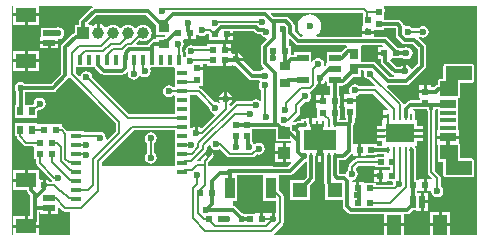
<source format=gtl>
G04*
G04 #@! TF.GenerationSoftware,Altium Limited,Altium Designer,19.0.14 (431)*
G04*
G04 Layer_Physical_Order=1*
G04 Layer_Color=255*
%FSLAX44Y44*%
%MOMM*%
G71*
G01*
G75*
%ADD11C,0.2540*%
%ADD12C,0.2000*%
%ADD44R,0.2500X0.5500*%
%ADD65R,0.5000X0.6000*%
%ADD66R,0.9000X1.8000*%
%ADD67R,0.6000X0.5000*%
%ADD68R,0.9000X0.8000*%
%ADD69R,2.7000X1.7000*%
%ADD70R,0.5000X0.7500*%
%ADD71R,0.6500X0.6500*%
%ADD72R,1.3500X0.4000*%
%ADD73R,1.3500X0.6500*%
%ADD74R,1.2000X1.7000*%
%ADD75R,0.5000X1.0000*%
%ADD76R,1.0000X0.2500*%
%ADD77R,2.4000X1.6500*%
%ADD78R,0.2500X0.6000*%
%ADD79R,0.7000X0.9000*%
%ADD80R,1.0000X0.6000*%
%ADD81R,0.4100X0.9100*%
%ADD82R,0.9100X0.4100*%
%ADD83R,1.0000X1.1000*%
%ADD84R,1.3000X1.3000*%
%ADD85R,1.0000X0.5000*%
%ADD86R,1.7000X1.2000*%
%ADD87C,0.3000*%
%ADD88R,0.5000X0.9793*%
%ADD89R,1.0790X1.0299*%
%ADD90C,0.6000*%
%ADD91C,1.0000*%
%ADD92R,1.0000X1.0000*%
G36*
X71560Y195926D02*
X71017Y195563D01*
X60977Y185523D01*
X60203Y184366D01*
X59931Y183000D01*
Y181000D01*
X56500D01*
Y173977D01*
X55594Y173797D01*
X54436Y173023D01*
X45737Y164323D01*
X44963Y163166D01*
X44691Y161800D01*
Y139633D01*
X36297Y131239D01*
X14070D01*
X14046Y131275D01*
X12392Y132380D01*
X10441Y132768D01*
X8490Y132380D01*
X6837Y131275D01*
X5731Y129621D01*
X5343Y127670D01*
X5731Y125719D01*
X6837Y124065D01*
X6873Y124041D01*
Y113500D01*
X5500D01*
Y102000D01*
X14230D01*
X14500Y102000D01*
X15500D01*
X15770Y102000D01*
X24500D01*
Y108004D01*
X25826Y109330D01*
X26470Y109202D01*
X28421Y109590D01*
X30075Y110695D01*
X31180Y112349D01*
X31568Y114300D01*
X31180Y116251D01*
X30075Y117905D01*
X28421Y119010D01*
X26470Y119398D01*
X24519Y119010D01*
X22865Y117905D01*
X21760Y116251D01*
X21372Y114300D01*
X20236Y113500D01*
X15770D01*
X15500Y113500D01*
X14500D01*
X14010Y113990D01*
Y124041D01*
X14046Y124065D01*
X14070Y124101D01*
X37775D01*
X39141Y124373D01*
X40298Y125147D01*
X50783Y135632D01*
X50986Y135935D01*
X52616Y136098D01*
X90921Y97793D01*
Y90534D01*
X83670Y83282D01*
X83425Y83327D01*
X82436Y84779D01*
X82568Y85440D01*
X82180Y87391D01*
X81075Y89045D01*
X79421Y90150D01*
X77470Y90538D01*
X75519Y90150D01*
X75383Y90059D01*
X64150D01*
Y91050D01*
X54346D01*
X54050Y91109D01*
X53754Y91050D01*
X51050D01*
X51050Y91050D01*
Y91050D01*
X51050Y91050D01*
X49869Y91266D01*
X47173Y93963D01*
X46181Y94626D01*
X45360Y94789D01*
Y96750D01*
X36630D01*
X35360Y96750D01*
X34090Y96750D01*
X25360D01*
X24500Y97664D01*
Y98000D01*
X15770D01*
X15500Y98000D01*
X14500D01*
X14230Y98000D01*
X5500D01*
Y86500D01*
X6945D01*
X7174Y85350D01*
X7837Y84357D01*
X13077Y79117D01*
X13077Y79117D01*
X14070Y78454D01*
X15240Y78221D01*
X15240Y78221D01*
X20772D01*
X21670Y77323D01*
Y76780D01*
X21670Y75510D01*
Y67300D01*
X23611D01*
Y63860D01*
X23611Y63860D01*
X23844Y62690D01*
X24507Y61697D01*
X36796Y49409D01*
X36771Y49103D01*
X36375Y48139D01*
X35099D01*
X34474Y49074D01*
X32642Y50299D01*
X31750Y50476D01*
Y45080D01*
X29210D01*
Y50476D01*
X28318Y50299D01*
X27560Y49792D01*
X26290Y50471D01*
Y58040D01*
X16520D01*
Y49500D01*
X15250D01*
Y48230D01*
X4210D01*
Y40960D01*
X15549D01*
X15753Y39934D01*
X16527Y38777D01*
X18681Y36622D01*
Y27080D01*
Y19040D01*
X16520D01*
Y11770D01*
X26290D01*
Y19040D01*
X25819D01*
Y22431D01*
X27210D01*
Y20960D01*
X33480D01*
Y26000D01*
X36020D01*
Y20960D01*
X42290D01*
Y25795D01*
X43463Y26281D01*
X46107Y23637D01*
X46107Y23637D01*
X47099Y22974D01*
X48270Y22741D01*
X48270Y22741D01*
X52070D01*
Y2804D01*
X26290D01*
Y9230D01*
X15250D01*
X4210D01*
Y2804D01*
X2804D01*
Y197196D01*
X4210D01*
Y190770D01*
X15250D01*
X26290D01*
Y197196D01*
X71174D01*
X71560Y195926D01*
D02*
G37*
G36*
X397196Y2804D02*
X374290D01*
Y10260D01*
X357210D01*
Y2804D01*
X335290D01*
Y10260D01*
X318210D01*
Y2804D01*
X225039D01*
X224653Y4074D01*
X224823Y4187D01*
X232251Y11615D01*
X232251Y11615D01*
X232914Y12607D01*
X233147Y13778D01*
X233147Y13778D01*
Y35342D01*
X233147Y35342D01*
X232914Y36513D01*
X232251Y37505D01*
X232251Y37505D01*
X228750Y41006D01*
Y53581D01*
X238281D01*
X239646Y53853D01*
X240804Y54627D01*
X251351Y65174D01*
X252621Y64983D01*
Y52538D01*
X250083Y49999D01*
X238129D01*
Y32999D01*
X255129D01*
Y44953D01*
X258713Y48537D01*
X259487Y49694D01*
X259759Y51060D01*
Y64769D01*
X259920D01*
Y70059D01*
X262460D01*
Y64769D01*
X264920D01*
Y70059D01*
X267460D01*
Y64769D01*
X267621D01*
Y46920D01*
X267893Y45554D01*
X268111Y45229D01*
Y32999D01*
X283372D01*
Y27560D01*
X283644Y26194D01*
X284418Y25036D01*
X287847Y21607D01*
X289005Y20833D01*
X290371Y20561D01*
X318210D01*
Y12800D01*
X335290D01*
Y20561D01*
X337910D01*
X339276Y20833D01*
X340433Y21607D01*
X342857Y24030D01*
X345210D01*
Y23490D01*
X348980D01*
Y31030D01*
Y38570D01*
X346184D01*
Y39927D01*
X347440Y39959D01*
Y39959D01*
X351710D01*
Y44999D01*
Y50039D01*
X347440D01*
Y49499D01*
X345129D01*
Y75050D01*
X344857Y76416D01*
X344560Y76860D01*
Y78510D01*
X345850D01*
Y83010D01*
X350850D01*
Y85530D01*
X343310D01*
Y88070D01*
X350850D01*
Y90530D01*
X343310D01*
Y93070D01*
X350850D01*
Y95590D01*
X345850D01*
Y100090D01*
X344560D01*
Y108300D01*
X343062D01*
X342383Y109570D01*
X342552Y109821D01*
X348560D01*
Y109380D01*
X354600D01*
X354843Y108160D01*
X355081Y107803D01*
Y56140D01*
X355081Y56140D01*
X355314Y54970D01*
X355977Y53977D01*
X358733Y51221D01*
X358119Y50039D01*
X354250D01*
Y44999D01*
Y39959D01*
X358130D01*
X358510Y38049D01*
X359615Y36395D01*
X361269Y35290D01*
X363220Y34901D01*
X365171Y35290D01*
X366825Y36395D01*
X367930Y38049D01*
X368318Y39999D01*
X367930Y41950D01*
X366825Y43604D01*
X366279Y43969D01*
Y51060D01*
X366279Y51060D01*
X366046Y52231D01*
X365383Y53223D01*
X365383Y53223D01*
X361199Y57407D01*
Y107803D01*
X361437Y108160D01*
X361709Y109525D01*
Y109821D01*
X363360D01*
Y102500D01*
Y91540D01*
X362820D01*
Y87020D01*
X372110D01*
X381400D01*
Y91540D01*
X380860D01*
Y102500D01*
Y109000D01*
Y118991D01*
X381490Y119116D01*
X382152Y119558D01*
X382594Y120220D01*
X382749Y121000D01*
Y132061D01*
X392210D01*
X392990Y132216D01*
X393652Y132658D01*
X394094Y133320D01*
X394249Y134100D01*
Y146100D01*
X394094Y146880D01*
X393652Y147542D01*
X392990Y147984D01*
X392210Y148139D01*
X370410D01*
X369630Y147984D01*
X368968Y147542D01*
X368526Y146880D01*
X368371Y146100D01*
Y135039D01*
X365410D01*
X364630Y134884D01*
X363968Y134442D01*
X363526Y133780D01*
X363371Y133000D01*
Y129838D01*
X362659Y129697D01*
X361501Y128923D01*
X360527Y127949D01*
X358100D01*
Y129920D01*
X354330D01*
Y124380D01*
X353060D01*
Y123110D01*
X348020D01*
Y118840D01*
X348560D01*
Y116959D01*
X340191D01*
X338826Y116687D01*
X337668Y115913D01*
X335606Y113852D01*
X334242Y114283D01*
X334136Y114815D01*
X333473Y115807D01*
X333473Y115807D01*
X320590Y128690D01*
X321216Y129860D01*
X321612Y129781D01*
X337058D01*
X338424Y130053D01*
X339581Y130827D01*
X352583Y143829D01*
X353357Y144986D01*
X353629Y146352D01*
Y161983D01*
X353357Y163349D01*
X352583Y164506D01*
X347064Y170026D01*
X347874Y171012D01*
X349029Y170240D01*
X350980Y169852D01*
X352931Y170240D01*
X354585Y171345D01*
X355690Y172999D01*
X356078Y174950D01*
X355690Y176901D01*
X354585Y178555D01*
X352931Y179660D01*
X350980Y180048D01*
X349029Y179660D01*
X347375Y178555D01*
X347010Y178009D01*
X342373D01*
X342008Y178555D01*
X340354Y179660D01*
X338403Y180048D01*
X336452Y179660D01*
X335274Y180400D01*
X335200Y180774D01*
X334426Y181931D01*
X332144Y184213D01*
X330987Y184987D01*
X329621Y185259D01*
X318467D01*
Y186690D01*
X318467D01*
Y186690D01*
X318467D01*
Y191507D01*
X318656Y191789D01*
X318889Y192960D01*
X318656Y194130D01*
X318467Y194413D01*
Y196690D01*
X319528Y197196D01*
X397196D01*
Y2804D01*
D02*
G37*
G36*
X209269Y174412D02*
X210427Y173638D01*
X211792Y173367D01*
X213719D01*
X213730Y173309D01*
X214835Y171655D01*
X216489Y170550D01*
X218238Y170202D01*
X218887Y169055D01*
X214791Y164959D01*
X214018Y163801D01*
X213746Y162436D01*
Y148976D01*
X214018Y147611D01*
X214791Y146453D01*
X216510Y144734D01*
X216092Y143356D01*
X215008Y143141D01*
X213176Y141916D01*
X212892Y141491D01*
X207656D01*
X198747Y150400D01*
X193100D01*
Y151670D01*
X191830D01*
Y157066D01*
X190938Y156889D01*
X189910Y156201D01*
X188640Y156880D01*
Y158750D01*
X183100D01*
Y160020D01*
X181830D01*
Y165060D01*
X177560D01*
Y164520D01*
X168100D01*
Y163079D01*
X157461D01*
X156891Y163460D01*
X154940Y163848D01*
X152989Y163460D01*
X151335Y162355D01*
X150230Y160701D01*
X149842Y158750D01*
X150230Y156799D01*
X150745Y156029D01*
X150525Y154355D01*
X150197Y153865D01*
X148501Y153612D01*
X148250Y153817D01*
Y157950D01*
X147259D01*
Y161490D01*
X147259Y161490D01*
X147225Y161660D01*
X148220Y163149D01*
X148608Y165100D01*
X148220Y167051D01*
X147650Y167904D01*
X148478Y168950D01*
X152460D01*
Y173990D01*
X155000D01*
Y168950D01*
X159270D01*
Y172243D01*
X160540Y172715D01*
X161879Y171820D01*
X163830Y171432D01*
X165781Y171820D01*
X167435Y172925D01*
X167878Y173588D01*
X169786D01*
X169960Y173414D01*
Y168420D01*
X179420D01*
Y167880D01*
X183690D01*
Y172920D01*
X184960D01*
Y174190D01*
X190500D01*
Y175367D01*
X208314D01*
X209269Y174412D01*
D02*
G37*
G36*
X125129Y181084D02*
Y172450D01*
X132388D01*
X132951Y171192D01*
X132458Y170569D01*
X132259D01*
X131663Y170450D01*
X125129D01*
Y168568D01*
X123300D01*
X121934Y168297D01*
X120777Y167523D01*
X118977Y165723D01*
X118203Y164566D01*
X118104Y164069D01*
X108967D01*
X108481Y165242D01*
X111021Y167782D01*
X112473Y167180D01*
X114300Y166940D01*
X116127Y167180D01*
X117830Y167885D01*
X119292Y169007D01*
X120414Y170470D01*
X121120Y172173D01*
X121360Y174000D01*
X121120Y175827D01*
X120414Y177530D01*
X119292Y178992D01*
X117830Y180114D01*
X116127Y180820D01*
X114300Y181060D01*
X112473Y180820D01*
X110770Y180114D01*
X109308Y178992D01*
X108737Y178249D01*
X107163D01*
X106592Y178992D01*
X105130Y180114D01*
X103427Y180820D01*
X101600Y181060D01*
X99773Y180820D01*
X98070Y180114D01*
X96608Y178992D01*
X96037Y178249D01*
X94463D01*
X93892Y178992D01*
X92430Y180114D01*
X90727Y180820D01*
X88900Y181060D01*
X87073Y180820D01*
X85370Y180114D01*
X83908Y178992D01*
X83691Y178710D01*
X82090D01*
X81578Y179377D01*
X80002Y180586D01*
X78168Y181346D01*
X77470Y181438D01*
Y174000D01*
X74930D01*
Y181438D01*
X74232Y181346D01*
X72397Y180586D01*
X71770Y180105D01*
X70500Y180731D01*
Y181000D01*
X68343D01*
X67817Y182270D01*
X75018Y189471D01*
X116742D01*
X125129Y181084D01*
D02*
G37*
G36*
X300124Y190867D02*
X300300Y189670D01*
X300300D01*
Y180210D01*
X299760D01*
Y175940D01*
X304800D01*
X309840D01*
Y176690D01*
X318467D01*
Y178121D01*
X328143D01*
X328335Y177930D01*
Y172258D01*
X328606Y170892D01*
X329380Y169734D01*
X333187Y165927D01*
X334345Y165153D01*
X335711Y164881D01*
X342115D01*
X346491Y160505D01*
Y147830D01*
X342129Y143468D01*
X341401Y143688D01*
X340836Y143971D01*
X339705Y145664D01*
X337872Y146889D01*
X336981Y147066D01*
Y141670D01*
X334441D01*
Y147066D01*
X333549Y146889D01*
X331717Y145664D01*
X331432Y145239D01*
X328815D01*
X323343Y150710D01*
X323750Y151980D01*
X324797Y152520D01*
X333210D01*
Y152520D01*
X334480Y152757D01*
X335149Y152310D01*
X337100Y151922D01*
X339051Y152310D01*
X340705Y153415D01*
X341810Y155069D01*
X342198Y157020D01*
X341810Y158971D01*
X340705Y160625D01*
X339051Y161730D01*
X337100Y162118D01*
X335149Y161730D01*
X334480Y161283D01*
X333210Y161520D01*
Y161520D01*
X329477D01*
X321104Y169893D01*
X319946Y170667D01*
X318580Y170938D01*
X309840D01*
Y173400D01*
X304800D01*
X299760D01*
Y170938D01*
X261293D01*
X260862Y172208D01*
X261954Y173046D01*
X263517Y175083D01*
X264499Y177455D01*
X264834Y180000D01*
X264499Y182545D01*
X263517Y184917D01*
X261954Y186954D01*
X259917Y188517D01*
X257545Y189499D01*
X255000Y189834D01*
X252455Y189499D01*
X250083Y188517D01*
X248046Y186954D01*
X246483Y184917D01*
X245501Y182545D01*
X245166Y180000D01*
X245501Y177455D01*
X246483Y175083D01*
X248046Y173046D01*
X249138Y172208D01*
X248707Y170938D01*
X247008D01*
X242357Y175590D01*
Y180128D01*
X242085Y181493D01*
X241311Y182651D01*
X237504Y186459D01*
X236346Y187232D01*
X234980Y187504D01*
X224655D01*
X221956Y190203D01*
X222442Y191376D01*
X299615D01*
X300124Y190867D01*
D02*
G37*
G36*
X243007Y164847D02*
X244164Y164073D01*
X245530Y163801D01*
X286233D01*
X287133Y162683D01*
X286940Y161859D01*
X286374Y161747D01*
X285217Y160973D01*
X282253Y158010D01*
X269640D01*
Y149050D01*
X269100D01*
Y146862D01*
X268099Y146038D01*
X267163Y147372D01*
X267288Y148000D01*
X266900Y149951D01*
X265795Y151605D01*
X264141Y152710D01*
X262190Y153098D01*
X260239Y152710D01*
X258585Y151605D01*
X257480Y149951D01*
X257410Y149598D01*
X256140Y149723D01*
Y158010D01*
X242140D01*
Y155199D01*
X239559D01*
X239288Y155421D01*
Y163459D01*
X237256D01*
Y168937D01*
X238430Y169424D01*
X243007Y164847D01*
D02*
G37*
G36*
X184370Y145960D02*
X188640D01*
Y146460D01*
X189910Y147139D01*
X190938Y146451D01*
X193015Y146038D01*
X203655Y135399D01*
X204812Y134625D01*
X206178Y134353D01*
X212076D01*
X213121Y133178D01*
X213069Y132472D01*
X212460Y131560D01*
X212072Y129609D01*
X212460Y127659D01*
X213565Y126005D01*
X214111Y125640D01*
Y117315D01*
X212841Y116844D01*
X211501Y117740D01*
X209550Y118128D01*
X207599Y117740D01*
X205945Y116635D01*
X205580Y116089D01*
X193334D01*
X193334Y116089D01*
X192163Y115856D01*
X191171Y115193D01*
X191171Y115193D01*
X188382Y112404D01*
X187209Y112890D01*
Y114068D01*
X187954Y114566D01*
X189179Y116399D01*
X189356Y117290D01*
X178564D01*
X178741Y116399D01*
X179292Y115574D01*
X178377Y114658D01*
X177211Y115437D01*
X175260Y115826D01*
X174616Y115697D01*
X163270Y127043D01*
X162278Y127706D01*
X161607Y127839D01*
X161732Y129109D01*
X164560D01*
Y138569D01*
X165100D01*
Y142839D01*
X160060D01*
Y145379D01*
X165100D01*
Y147941D01*
X168100D01*
Y146500D01*
X177560D01*
Y145960D01*
X181830D01*
Y151000D01*
X184370D01*
Y145960D01*
D02*
G37*
G36*
X316936Y163330D02*
X316305Y162060D01*
X312670D01*
Y158290D01*
X318210D01*
Y155750D01*
X312670D01*
Y151980D01*
X315642D01*
Y149796D01*
X315913Y148431D01*
X316687Y147273D01*
X324813Y139147D01*
X325971Y138373D01*
X326898Y138189D01*
X326773Y136919D01*
X323091D01*
X311286Y148723D01*
X310128Y149497D01*
X308762Y149769D01*
X299792D01*
X298560Y149860D01*
Y162860D01*
X299353Y163801D01*
X316579D01*
X316936Y163330D01*
D02*
G37*
G36*
X140850Y144450D02*
Y136350D01*
Y128743D01*
X139580Y128357D01*
X139495Y128485D01*
X137841Y129590D01*
X135890Y129978D01*
X133939Y129590D01*
X132285Y128485D01*
X131180Y126831D01*
X130792Y124880D01*
X131180Y122929D01*
X132285Y121275D01*
X133939Y120170D01*
X135890Y119782D01*
X137841Y120170D01*
X139495Y121275D01*
X139580Y121403D01*
X140850Y121050D01*
Y113450D01*
Y105089D01*
X102277D01*
X71065Y136301D01*
X71138Y136670D01*
X70750Y138621D01*
X69645Y140275D01*
X67991Y141380D01*
X66040Y141768D01*
X64089Y141380D01*
X62435Y140275D01*
X61330Y138621D01*
X61199Y137963D01*
X59821Y137545D01*
X57109Y140257D01*
Y144850D01*
X73241D01*
X73277Y144797D01*
X78357Y139717D01*
X79514Y138943D01*
X80880Y138671D01*
X96250D01*
X97616Y138943D01*
X98774Y139717D01*
X100290Y141233D01*
X101460Y140607D01*
X101242Y139509D01*
X101630Y137559D01*
X102735Y135905D01*
X104389Y134800D01*
X106340Y134411D01*
X108291Y134800D01*
X109945Y135905D01*
X110862Y137277D01*
X111213Y137574D01*
X112369Y137682D01*
X113449Y136960D01*
X115400Y136572D01*
X117351Y136960D01*
X119005Y138065D01*
X120110Y139719D01*
X120498Y141670D01*
X120118Y143580D01*
X120087Y143807D01*
X120783Y144850D01*
X139746D01*
X140850Y144450D01*
D02*
G37*
G36*
X264960Y130714D02*
X265851Y130891D01*
X267684Y132115D01*
X268370Y133142D01*
X269640Y132757D01*
Y129010D01*
X272621D01*
Y122321D01*
X271730Y121420D01*
X267460D01*
Y116380D01*
X266190D01*
Y115110D01*
X260650D01*
Y111340D01*
X260650D01*
X261190Y110499D01*
Y101949D01*
X257460D01*
Y96659D01*
X254920D01*
Y101949D01*
X252400D01*
Y101409D01*
X247940D01*
Y99406D01*
X245449D01*
X244083Y99134D01*
X243221Y98558D01*
X242570Y98688D01*
X241373Y98450D01*
X240747Y99620D01*
X246003Y104876D01*
X246666Y105868D01*
X246899Y107039D01*
X246899Y107039D01*
Y111763D01*
X250816Y115680D01*
X251460Y115552D01*
X253411Y115940D01*
X255065Y117045D01*
X256170Y118699D01*
X256558Y120650D01*
X256170Y122601D01*
X255644Y123387D01*
X256146Y124764D01*
X256212Y124823D01*
X257145Y125447D01*
X259853Y128154D01*
X260516Y129147D01*
X260673Y129935D01*
X261149Y130467D01*
X262019Y130793D01*
X262420Y130714D01*
Y136109D01*
X264960D01*
Y130714D01*
D02*
G37*
G36*
X301303Y141361D02*
X300972Y139700D01*
X301360Y137749D01*
X302465Y136095D01*
X304119Y134990D01*
X306016Y134613D01*
X310599Y130030D01*
X310476Y129470D01*
X310044Y128789D01*
X297340D01*
X296975Y129335D01*
X295321Y130440D01*
X293370Y130828D01*
X291419Y130440D01*
X289765Y129335D01*
X288660Y127681D01*
X288272Y125730D01*
X288660Y123779D01*
X288900Y123420D01*
X288301Y122300D01*
X284520D01*
Y118030D01*
X294600D01*
Y120877D01*
X295321Y121020D01*
X296975Y122125D01*
X297340Y122671D01*
X309060D01*
X321718Y110013D01*
X321232Y108840D01*
X317520D01*
Y104570D01*
X321310D01*
Y102030D01*
X317520D01*
Y100090D01*
X316770D01*
Y95590D01*
X311770D01*
Y93070D01*
X319310D01*
Y90530D01*
X311770D01*
Y88070D01*
X319310D01*
Y85530D01*
X311770D01*
Y83010D01*
X316770D01*
Y78699D01*
X312441D01*
Y79800D01*
X302981D01*
Y80340D01*
X298711D01*
Y75300D01*
Y70260D01*
X302981D01*
Y70800D01*
X312441D01*
Y71562D01*
X318060D01*
Y70300D01*
X317481Y69270D01*
X310210D01*
Y67829D01*
X295052D01*
X295052Y67829D01*
X293881Y67596D01*
X292889Y66933D01*
X288667Y62711D01*
X288004Y61719D01*
X287771Y60548D01*
X287771Y60548D01*
Y58580D01*
X287225Y58215D01*
X286120Y56561D01*
X285950Y55707D01*
X284894Y55002D01*
X284560Y55068D01*
X279999D01*
X279968Y55099D01*
Y66281D01*
X283564D01*
X284929Y66553D01*
X286087Y67327D01*
X290631Y71871D01*
X290946Y71845D01*
X291901Y71449D01*
Y70260D01*
X296171D01*
Y75300D01*
Y80340D01*
X291901D01*
X291750Y81547D01*
Y95520D01*
X292083Y95854D01*
X292857Y97011D01*
X293129Y98377D01*
Y101760D01*
X294060D01*
Y111220D01*
X294600D01*
Y115490D01*
X284520D01*
Y111220D01*
X285060D01*
Y101760D01*
X285991D01*
Y100228D01*
X280029D01*
Y101499D01*
X281190D01*
Y110499D01*
X279759D01*
Y111880D01*
X281190D01*
Y120880D01*
X279759D01*
Y129010D01*
X283640D01*
Y129899D01*
X284416Y130053D01*
X285573Y130827D01*
X291607Y136860D01*
X298560D01*
Y142631D01*
X300604D01*
X301303Y141361D01*
D02*
G37*
G36*
X392210Y134100D02*
X380710D01*
Y121000D01*
X365410D01*
Y133000D01*
X370410D01*
Y146100D01*
X392210D01*
Y134100D01*
D02*
G37*
G36*
X170290Y111372D02*
X170162Y110728D01*
X170550Y108777D01*
X171655Y107123D01*
X173309Y106018D01*
X174338Y105813D01*
X174756Y104435D01*
X163570Y93249D01*
X163116Y93294D01*
X161283Y94518D01*
X160392Y94696D01*
Y89300D01*
X157851D01*
Y94696D01*
X156960Y94518D01*
X155220Y93356D01*
X154046Y93622D01*
X153950Y93651D01*
Y105850D01*
Y113450D01*
Y121821D01*
X159841D01*
X170290Y111372D01*
D02*
G37*
G36*
X226680Y82280D02*
X239107D01*
X239234Y82090D01*
X238556Y80820D01*
X234950D01*
Y72780D01*
Y64740D01*
X239165D01*
X239651Y63567D01*
X236803Y60719D01*
X224970D01*
X224704Y60897D01*
X223338Y61169D01*
X190300D01*
Y61190D01*
X190160Y61330D01*
X169189D01*
Y64586D01*
X173036Y68434D01*
X173699Y69426D01*
X173932Y70597D01*
X173699Y71767D01*
X173036Y72759D01*
X172044Y73423D01*
X170873Y73656D01*
X169703Y73423D01*
X168710Y72759D01*
X163967Y68016D01*
X163304Y67024D01*
X163071Y65853D01*
X162061Y65253D01*
X160679D01*
X160153Y66523D01*
X167103Y73472D01*
X167766Y74465D01*
X167999Y75635D01*
X167999Y75635D01*
Y77712D01*
X169642Y79355D01*
X171020Y78937D01*
X171250Y77779D01*
X172355Y76125D01*
X174009Y75020D01*
X175960Y74632D01*
X177911Y75020D01*
X179076Y75798D01*
X185237Y69637D01*
X186229Y68974D01*
X187400Y68741D01*
X187400Y68741D01*
X206580D01*
X206580Y68741D01*
X207750Y68974D01*
X208743Y69637D01*
X210520Y71414D01*
X212090Y71102D01*
X214041Y71490D01*
X215695Y72595D01*
X216800Y74249D01*
X217188Y76200D01*
X216800Y78151D01*
X215695Y79805D01*
X214041Y80910D01*
X212090Y81298D01*
X210139Y80910D01*
X209154Y80252D01*
X208369Y79898D01*
X207527Y80576D01*
X206965Y81417D01*
X206419Y81782D01*
Y85440D01*
X206350Y85785D01*
Y91440D01*
X206350D01*
Y91440D01*
X206350D01*
Y92801D01*
X221132D01*
X221484Y92871D01*
X226680D01*
Y82280D01*
D02*
G37*
G36*
X140850Y90650D02*
Y82950D01*
Y75350D01*
Y67750D01*
Y61330D01*
X79099D01*
Y64403D01*
X106337Y91641D01*
X140850D01*
Y90650D01*
D02*
G37*
G36*
X310210Y60270D02*
X318940D01*
X320210Y60270D01*
Y60270D01*
X320210D01*
Y60270D01*
X323082D01*
Y57840D01*
X320580D01*
Y58380D01*
X316310D01*
Y53340D01*
Y48300D01*
X320580D01*
Y48840D01*
X325106D01*
X326091Y47570D01*
X325882Y46520D01*
X324779Y45558D01*
X310990D01*
Y46999D01*
X301530D01*
Y47539D01*
X297260D01*
Y42499D01*
X294720D01*
Y47539D01*
X291420D01*
X291091Y48080D01*
X291539Y49611D01*
X291692Y49683D01*
X292781Y49900D01*
X294435Y51005D01*
X295540Y52659D01*
X295928Y54610D01*
X295540Y56561D01*
X294435Y58215D01*
X294414Y58229D01*
X294302Y59694D01*
X296319Y61711D01*
X310210D01*
Y60270D01*
D02*
G37*
G36*
X215750Y32180D02*
X227029D01*
Y22509D01*
X225759Y21716D01*
X225358Y21796D01*
Y16400D01*
X222818D01*
Y21796D01*
X221926Y21618D01*
X221360Y21240D01*
X220090Y21440D01*
Y21440D01*
X220090Y21440D01*
X215820D01*
Y16400D01*
X213280D01*
Y21440D01*
X209010D01*
Y20900D01*
X200550D01*
X200071Y21220D01*
X198120Y21608D01*
X198077Y21599D01*
X192823Y26853D01*
X191666Y27627D01*
X190300Y27899D01*
Y32180D01*
X193750D01*
Y54031D01*
X215750D01*
Y32180D01*
D02*
G37*
%LPC*%
G36*
X26290Y188230D02*
X16520D01*
Y180960D01*
X26290D01*
Y188230D01*
D02*
G37*
G36*
X13980D02*
X4210D01*
Y180960D01*
X13980D01*
Y188230D01*
D02*
G37*
G36*
X42250Y179088D02*
X40299Y178700D01*
X40000Y178500D01*
X27750D01*
Y171040D01*
X27210D01*
Y167270D01*
X34750D01*
X42290D01*
Y168900D01*
X44201Y169280D01*
X45855Y170385D01*
X46960Y172039D01*
X47348Y173990D01*
X46960Y175941D01*
X45855Y177595D01*
X44201Y178700D01*
X42250Y179088D01*
D02*
G37*
G36*
X42290Y164730D02*
X36020D01*
Y160960D01*
X42290D01*
Y164730D01*
D02*
G37*
G36*
X33480D02*
X27210D01*
Y160960D01*
X33480D01*
Y164730D01*
D02*
G37*
G36*
X26290Y159040D02*
X16520D01*
Y151770D01*
X26290D01*
Y159040D01*
D02*
G37*
G36*
X13980D02*
X4210D01*
Y151770D01*
X13980D01*
Y159040D01*
D02*
G37*
G36*
X26290Y149230D02*
X16520D01*
Y141960D01*
X26290D01*
Y149230D01*
D02*
G37*
G36*
X13980D02*
X4210D01*
Y141960D01*
X13980D01*
Y149230D01*
D02*
G37*
G36*
X13980Y58040D02*
X4210D01*
Y50770D01*
X13980D01*
Y58040D01*
D02*
G37*
G36*
Y19040D02*
X4210D01*
Y11770D01*
X13980D01*
Y19040D01*
D02*
G37*
G36*
X351790Y129920D02*
X348020D01*
Y125650D01*
X351790D01*
Y129920D01*
D02*
G37*
G36*
X381400Y84480D02*
X372110D01*
X362820D01*
Y79960D01*
X362820D01*
X363371Y78918D01*
Y67000D01*
X363526Y66220D01*
X363968Y65558D01*
X364630Y65116D01*
X365410Y64961D01*
X368371D01*
Y53900D01*
X368526Y53120D01*
X368968Y52458D01*
X369630Y52016D01*
X370410Y51861D01*
X392210Y51861D01*
X392990Y52016D01*
X393652Y52458D01*
X394094Y53120D01*
X394249Y53900D01*
Y65900D01*
X394094Y66680D01*
X393652Y67342D01*
X392990Y67784D01*
X392210Y67939D01*
X382749Y67939D01*
Y79000D01*
X382594Y79780D01*
X382152Y80442D01*
X381490Y80884D01*
X381400Y80902D01*
Y84480D01*
D02*
G37*
G36*
X355290Y38570D02*
X351520D01*
Y32300D01*
X355290D01*
Y38570D01*
D02*
G37*
G36*
Y29760D02*
X351520D01*
Y23490D01*
X355290D01*
Y29760D01*
D02*
G37*
G36*
X374290Y22570D02*
X367020D01*
Y12800D01*
X374290D01*
Y22570D01*
D02*
G37*
G36*
X364480D02*
X357210D01*
Y12800D01*
X364480D01*
Y22570D01*
D02*
G37*
%LPD*%
G36*
X380710Y65900D02*
X392210Y65900D01*
Y53900D01*
X370410Y53900D01*
Y67000D01*
X365410D01*
Y79000D01*
X380710D01*
Y65900D01*
D02*
G37*
%LPC*%
G36*
X190500Y171650D02*
X186230D01*
Y167880D01*
X190500D01*
Y171650D01*
D02*
G37*
G36*
X188640Y165060D02*
X184370D01*
Y161290D01*
X188640D01*
Y165060D01*
D02*
G37*
G36*
X194370Y157066D02*
Y152940D01*
X198496D01*
X198319Y153832D01*
X197094Y155664D01*
X195262Y156889D01*
X194370Y157066D01*
D02*
G37*
G36*
X185230Y123956D02*
Y119830D01*
X189356D01*
X189179Y120722D01*
X187954Y122554D01*
X186122Y123779D01*
X185230Y123956D01*
D02*
G37*
G36*
X182690D02*
X181798Y123779D01*
X179966Y122554D01*
X178741Y120722D01*
X178564Y119830D01*
X182690D01*
Y123956D01*
D02*
G37*
G36*
X264920Y121420D02*
X260650D01*
Y117650D01*
X264920D01*
Y121420D01*
D02*
G37*
G36*
X232410Y80820D02*
X226140D01*
Y74050D01*
X232410D01*
Y80820D01*
D02*
G37*
G36*
Y71510D02*
X226140D01*
Y64740D01*
X232410D01*
Y71510D01*
D02*
G37*
G36*
X120650Y89878D02*
X118699Y89490D01*
X117045Y88385D01*
X115940Y86731D01*
X115552Y84780D01*
X115940Y82829D01*
X117045Y81175D01*
X117591Y80810D01*
Y72550D01*
X117045Y72185D01*
X115940Y70531D01*
X115552Y68580D01*
X115940Y66629D01*
X117045Y64975D01*
X118699Y63870D01*
X120650Y63482D01*
X122601Y63870D01*
X124255Y64975D01*
X125360Y66629D01*
X125748Y68580D01*
X125360Y70531D01*
X124255Y72185D01*
X123709Y72550D01*
Y80810D01*
X124255Y81175D01*
X125360Y82829D01*
X125748Y84780D01*
X125360Y86731D01*
X124255Y88385D01*
X122601Y89490D01*
X120650Y89878D01*
D02*
G37*
G36*
X313770Y58380D02*
X309500D01*
Y54610D01*
X313770D01*
Y58380D01*
D02*
G37*
G36*
Y52070D02*
X309500D01*
Y48300D01*
X313770D01*
Y52070D01*
D02*
G37*
%LPD*%
D11*
X371250Y113390D02*
X372110Y114250D01*
D12*
X184150Y109503D02*
Y120020D01*
X182691Y118560D02*
X184150Y120020D01*
X321310Y96550D02*
X328560Y89300D01*
X214050Y16400D02*
X224088D01*
X171570Y13710D02*
Y16400D01*
X165890D02*
X171570D01*
X305662Y139292D02*
X331310Y113645D01*
X193334Y113030D02*
X209550D01*
X135890Y124880D02*
X161108D01*
X217170Y104140D02*
Y129609D01*
X331310Y103300D02*
Y113645D01*
X191721Y105760D02*
X204960D01*
X164940Y78980D02*
X191721Y105760D01*
X160940Y80636D02*
X193334Y113030D01*
X163947Y89300D02*
X184150Y109503D01*
X182691Y118560D02*
X183960D01*
X161108Y124880D02*
X175260Y110728D01*
X147400Y71800D02*
X155448D01*
X160940Y77292D02*
Y80636D01*
X155164Y57650D02*
X159707Y62194D01*
X164940Y75635D02*
Y78980D01*
X154555Y65250D02*
X164940Y75635D01*
X148450Y65250D02*
X154555D01*
X154657Y79494D02*
X154751Y79589D01*
X147494Y79494D02*
X154657D01*
X147400Y79400D02*
X147494Y79494D01*
X155448Y71800D02*
X160940Y77292D01*
X159707Y62194D02*
X166130D01*
Y45570D02*
Y62194D01*
Y65853D02*
X170873Y70597D01*
X179470Y79730D02*
X187400Y71800D01*
X175960Y79730D02*
X179470D01*
X187400Y71800D02*
X206580D01*
X166130Y62194D02*
Y65853D01*
X159122Y89300D02*
X163947D01*
X217170Y104140D02*
X218440Y102870D01*
X38679Y45080D02*
X43370Y40389D01*
X44863D01*
X30480Y45080D02*
X38679D01*
X44863Y40389D02*
X51222Y34030D01*
X57270D01*
X57600Y33700D01*
X48270Y25800D02*
X61690D01*
X40070Y34000D02*
X48270Y25800D01*
X34750Y34000D02*
X40070D01*
X328560Y89300D02*
X331310D01*
X321310Y96550D02*
Y103300D01*
X313970Y191500D02*
X315630Y193160D01*
X303817Y191500D02*
X313970D01*
X163830Y176647D02*
X171053D01*
X174300Y173400D01*
X174175Y183435D02*
X214485D01*
X174175D02*
X174760Y182850D01*
X131195Y194435D02*
X300882D01*
X129800Y193040D02*
X131195Y194435D01*
X300882D02*
X303817Y191500D01*
X144200Y151400D02*
Y161490D01*
X143510Y162180D02*
X144200Y161490D01*
X143510Y162180D02*
Y165100D01*
X257690Y130317D02*
Y143500D01*
X262190Y148000D01*
X254982Y127609D02*
X257690Y130317D01*
X303817Y185653D02*
Y191500D01*
Y185653D02*
X304800Y184670D01*
X315630Y193160D02*
X315830Y192960D01*
X154380Y151000D02*
X172100D01*
X154130Y150750D02*
X154380Y151000D01*
X154940Y160020D02*
X173100D01*
X234770Y114760D02*
X247619Y127609D01*
X234770Y109242D02*
Y114760D01*
X234288Y108760D02*
X234770Y109242D01*
X243840Y113030D02*
X251460Y120650D01*
X243840Y107039D02*
Y113030D01*
X237131Y100330D02*
X243840Y107039D01*
X233680Y100330D02*
X237131D01*
X247619Y127609D02*
X254982D01*
X230088Y13778D02*
Y35342D01*
X222660Y6350D02*
X230088Y13778D01*
X166910Y6350D02*
X222660D01*
X218109Y10421D02*
X224088Y16400D01*
X174859Y10421D02*
X218109D01*
X214050Y16400D02*
X214050Y16400D01*
X222250Y43180D02*
X230088Y35342D01*
X185365Y16455D02*
X185420Y16510D01*
X160940Y21350D02*
Y37680D01*
X171570Y13710D02*
X174859Y10421D01*
X156260Y17000D02*
X166910Y6350D01*
X156260Y17000D02*
Y42743D01*
X160130Y46613D01*
Y54131D01*
X212090Y76200D02*
X214090D01*
X210980D02*
X212090D01*
X206580Y71800D02*
X210980Y76200D01*
X160940Y21350D02*
X165890Y16400D01*
X40210Y91800D02*
X45010D01*
X39760Y92250D02*
X40210Y91800D01*
X45010D02*
X48360Y88450D01*
Y67526D02*
Y88450D01*
Y67526D02*
X51222Y64664D01*
X40830Y81280D02*
X44360Y77750D01*
Y65869D02*
Y77750D01*
Y65869D02*
X52579Y57650D01*
X36670Y81280D02*
X40830D01*
X295052Y64770D02*
X315210D01*
X290830Y60548D02*
X295052Y64770D01*
X290830Y54610D02*
Y60548D01*
X363220Y39999D02*
Y51060D01*
X358140Y56140D02*
X363220Y51060D01*
X358140Y56140D02*
Y109525D01*
X162060Y41500D02*
X166130Y45570D01*
X162060Y39200D02*
Y41500D01*
Y39200D02*
X162260Y39000D01*
X181125Y16455D02*
X185365D01*
X181070Y16400D02*
X181125Y16455D01*
X214050Y16400D02*
X214550D01*
X160940Y37680D02*
X162260Y39000D01*
X148450Y57650D02*
X155164D01*
X147400Y64200D02*
X148450Y65250D01*
X147400Y56600D02*
X148450Y57650D01*
X75910Y87000D02*
X77470Y85440D01*
X57600Y87000D02*
X75910D01*
X120650Y68580D02*
Y84780D01*
X293370Y125730D02*
X310327D01*
X306032Y30480D02*
X323426D01*
X336980Y44035D02*
Y58457D01*
X336310Y59127D02*
X336980Y58457D01*
X336310Y59127D02*
Y75300D01*
X323426Y30480D02*
X336980Y44035D01*
X330980Y46520D02*
X331210Y46750D01*
Y75200D01*
X331310Y75300D01*
X330980Y46190D02*
Y46520D01*
X327290Y42499D02*
X330980Y46190D01*
X338403Y174950D02*
X350980D01*
X54050Y138990D02*
X93980Y99060D01*
Y89267D02*
Y99060D01*
X72040Y67327D02*
X93980Y89267D01*
X72040Y45370D02*
Y67327D01*
X67670Y41000D02*
X72040Y45370D01*
X105070Y94700D02*
X147400D01*
X76040Y65670D02*
X105070Y94700D01*
X76040Y40150D02*
Y65670D01*
X61690Y25800D02*
X76040Y40150D01*
X42245Y173995D02*
X42250Y173990D01*
X34755Y173995D02*
X42245D01*
X34750Y174000D02*
X34755Y173995D01*
X66370Y136670D02*
X101010Y102030D01*
X66040Y136670D02*
X66370D01*
X54050Y138990D02*
Y157170D01*
X59830Y162950D01*
X78800D01*
X88900Y173050D02*
Y174000D01*
X78800Y162950D02*
X88900Y173050D01*
X101010Y102030D02*
X146730D01*
X147000Y102300D01*
X147400D01*
X106340Y139509D02*
Y151360D01*
X106300Y151400D02*
X106340Y151360D01*
X113800Y143850D02*
X115400Y142250D01*
Y141670D02*
Y142250D01*
X113800Y143850D02*
Y151400D01*
X65700Y71460D02*
X66040Y71120D01*
X57940Y71460D02*
X65700D01*
X57600Y71800D02*
X57940Y71460D01*
X57600Y79400D02*
X66040D01*
X147400Y132800D02*
X158751D01*
X160060Y134109D01*
X54050Y88050D02*
X55100Y87000D01*
X55880D01*
X19940Y107771D02*
X26470Y114300D01*
X19940Y107771D02*
X19979D01*
X20000Y107750D01*
X88513Y160903D02*
X96120D01*
X83400Y155790D02*
X88513Y160903D01*
X103914Y165000D02*
X112914Y174000D01*
X100217Y165000D02*
X103914D01*
X96120Y160903D02*
X100217Y165000D01*
X20000Y92250D02*
X20000Y92250D01*
X30360D01*
X15240Y81280D02*
X24870D01*
X24870Y81280D01*
X26670D01*
X271190Y96659D02*
Y100999D01*
X268190Y103999D02*
X271190Y100999D01*
X268190Y103999D02*
Y104499D01*
X266690Y105999D02*
X268190Y104499D01*
X266190Y105999D02*
X266690D01*
X83400Y151400D02*
Y155790D01*
X112914Y174000D02*
X114300D01*
X61650Y152450D02*
Y155693D01*
X60600Y151400D02*
X61650Y152450D01*
Y155693D02*
X64907Y158950D01*
X80457D01*
X86507Y165000D01*
X92710D01*
X92807Y164903D01*
X94463D01*
X101950Y172390D01*
X101600Y172740D02*
X101950Y172390D01*
X101600Y172740D02*
Y174000D01*
X57900Y41000D02*
X67670D01*
X57600Y41300D02*
X57900Y41000D01*
X37170Y65065D02*
Y72390D01*
Y65065D02*
X52285Y49950D01*
X56550D01*
X57600Y48900D01*
X36670Y71890D02*
X37170Y72390D01*
X36670Y71800D02*
Y71890D01*
X26670Y63860D02*
X39030Y51500D01*
X42250D01*
X52579Y57650D02*
X54050D01*
X55100Y56600D01*
X57600D01*
X51222Y64664D02*
X57136D01*
X57600Y64200D01*
X39760Y92250D02*
X39760Y92250D01*
X40360D01*
X26670Y63860D02*
Y71800D01*
X10000Y86520D02*
X15240Y81280D01*
X10000Y86520D02*
Y92250D01*
X305982Y30530D02*
X306032Y30480D01*
X305990Y42499D02*
X327290D01*
X326141Y52110D02*
Y54500D01*
Y63360D02*
Y75131D01*
Y54500D02*
Y63360D01*
Y75131D02*
X326310Y75300D01*
X310327Y125730D02*
X326310Y109747D01*
Y103300D02*
Y109747D01*
D44*
X251190Y70059D02*
D03*
X256190D02*
D03*
X261190D02*
D03*
X266190D02*
D03*
X271190D02*
D03*
X276190D02*
D03*
X251190Y96659D02*
D03*
X256190D02*
D03*
X261190D02*
D03*
X266190D02*
D03*
X271190D02*
D03*
X276190D02*
D03*
D65*
X313967Y181690D02*
D03*
Y191690D02*
D03*
X304800Y184670D02*
D03*
Y174670D02*
D03*
X193040Y96440D02*
D03*
Y86440D02*
D03*
X201850Y96440D02*
D03*
Y86440D02*
D03*
X160060Y144109D02*
D03*
Y134109D02*
D03*
X353060Y114380D02*
D03*
Y124380D02*
D03*
X289560Y106760D02*
D03*
Y116760D02*
D03*
D66*
X222250Y43180D02*
D03*
X187250D02*
D03*
D67*
X153730Y173990D02*
D03*
X143730D02*
D03*
X214550Y16400D02*
D03*
X204550D02*
D03*
X170100D02*
D03*
X180100D02*
D03*
X26670Y81280D02*
D03*
X36670D02*
D03*
X26670Y71800D02*
D03*
X36670D02*
D03*
X295990Y42499D02*
D03*
X305990D02*
D03*
X295982Y30530D02*
D03*
X305982D02*
D03*
X315040Y53340D02*
D03*
X325040D02*
D03*
X325210Y64770D02*
D03*
X315210D02*
D03*
X266190Y116380D02*
D03*
X276190D02*
D03*
X328210Y157020D02*
D03*
X318210D02*
D03*
X174960Y172920D02*
D03*
X184960D02*
D03*
X173100Y160020D02*
D03*
X183100D02*
D03*
X162260Y39000D02*
D03*
X172260D02*
D03*
X173100Y151000D02*
D03*
X183100D02*
D03*
X234288Y158959D02*
D03*
X224288D02*
D03*
X342980Y44999D02*
D03*
X352980D02*
D03*
X30360Y92250D02*
D03*
X40360D02*
D03*
X266190Y105999D02*
D03*
X276190D02*
D03*
X297441Y75300D02*
D03*
X307441D02*
D03*
D68*
X131629Y178450D02*
D03*
Y164450D02*
D03*
X234038Y146109D02*
D03*
Y132109D02*
D03*
D69*
X263690Y83359D02*
D03*
D70*
X10000Y107750D02*
D03*
X20000D02*
D03*
X10000Y92250D02*
D03*
X20000D02*
D03*
D71*
X372610Y126400D02*
D03*
X371610Y73000D02*
D03*
D72*
X372110Y100000D02*
D03*
Y106500D02*
D03*
Y93500D02*
D03*
D73*
Y114250D02*
D03*
Y85750D02*
D03*
D74*
X365750Y11530D02*
D03*
X326750D02*
D03*
D75*
X350250Y31030D02*
D03*
X342250D02*
D03*
D76*
X319310Y91800D02*
D03*
Y86800D02*
D03*
X343310D02*
D03*
Y91800D02*
D03*
D77*
X331310Y89300D02*
D03*
D78*
X321310Y75300D02*
D03*
X326310D02*
D03*
X331310D02*
D03*
X336310D02*
D03*
X341310D02*
D03*
X321310Y103300D02*
D03*
X326310D02*
D03*
X331310D02*
D03*
X336310D02*
D03*
X341310D02*
D03*
D79*
X293060Y156360D02*
D03*
Y143360D02*
D03*
D80*
X249140Y134010D02*
D03*
Y153010D02*
D03*
X276640D02*
D03*
Y143510D02*
D03*
Y134010D02*
D03*
D81*
X83400Y151400D02*
D03*
X75800D02*
D03*
X60600D02*
D03*
X68200D02*
D03*
X98700D02*
D03*
X91100D02*
D03*
X106300D02*
D03*
X113800D02*
D03*
X144200D02*
D03*
X136700D02*
D03*
X121500D02*
D03*
X129100D02*
D03*
D82*
X57600Y33700D02*
D03*
Y41300D02*
D03*
Y56600D02*
D03*
Y48900D02*
D03*
Y79400D02*
D03*
Y87000D02*
D03*
Y71800D02*
D03*
Y64200D02*
D03*
X147400Y125100D02*
D03*
Y117500D02*
D03*
Y132800D02*
D03*
Y140400D02*
D03*
Y109900D02*
D03*
Y102300D02*
D03*
Y87000D02*
D03*
Y94700D02*
D03*
Y64200D02*
D03*
Y56600D02*
D03*
Y71800D02*
D03*
Y79400D02*
D03*
D83*
X233680Y89780D02*
D03*
Y72780D02*
D03*
D84*
X276611Y41499D02*
D03*
X246629D02*
D03*
D85*
X34750Y174000D02*
D03*
Y166000D02*
D03*
Y34000D02*
D03*
Y26000D02*
D03*
D86*
X15250Y189500D02*
D03*
Y150500D02*
D03*
Y49500D02*
D03*
Y10500D02*
D03*
D87*
X232423Y74037D02*
X233680Y72780D01*
X233710Y93830D02*
X235720Y91820D01*
X245110Y82430D01*
X249940Y68809D02*
X250940D01*
X242570Y92958D02*
X245449Y95837D01*
X230988Y93830D02*
X233710D01*
X223338Y57600D02*
X223788Y57150D01*
X238281D01*
X249940Y68809D01*
X250940D02*
X251190Y69059D01*
Y70059D01*
X187250Y57600D02*
X223338D01*
X341560Y45249D02*
X342615Y44194D01*
X276190Y133350D02*
X283050D01*
X343593Y168450D02*
X350060Y161983D01*
Y146352D02*
Y161983D01*
X337058Y133350D02*
X350060Y146352D01*
X335711Y168450D02*
X343593D01*
X331903Y172258D02*
Y179408D01*
X329621Y181690D02*
X331903Y179408D01*
Y172258D02*
X335711Y168450D01*
X313967Y181690D02*
X329621D01*
X308762Y146200D02*
X321612Y133350D01*
X293060Y144200D02*
X295060Y146200D01*
X308762D01*
X283050Y133350D02*
X293060Y143360D01*
X276190Y116380D02*
Y133350D01*
X318580Y167370D02*
X328930Y157020D01*
X172350Y29330D02*
Y39000D01*
X192765Y151335D02*
X206178Y137922D01*
X296941Y31489D02*
Y36500D01*
X151784Y175380D02*
X153452Y173712D01*
X319210Y149796D02*
Y156020D01*
Y149796D02*
X327337Y141670D01*
X335711D01*
X318210Y157020D02*
X319210Y156020D01*
X321612Y133350D02*
X337058D01*
X293060Y143360D02*
Y144200D01*
X225976Y96440D02*
Y140315D01*
X271091Y143510D02*
X276640D01*
X263690Y136109D02*
X271091Y143510D01*
X221202Y96440D02*
X225976D01*
X201920Y96370D02*
X221132D01*
X201850Y96440D02*
X201920Y96370D01*
X221132D02*
X221202Y96440D01*
X225976D02*
X228378D01*
X230988Y93830D02*
X233680Y91138D01*
X228378Y96440D02*
X230988Y93830D01*
X233680Y89780D02*
Y91138D01*
X187170Y57600D02*
X187250D01*
X185410Y55840D02*
X187170Y57600D01*
X179340Y55840D02*
X185410D01*
X172260Y48760D02*
X179340Y55840D01*
X172260Y39000D02*
Y48760D01*
X289560Y98377D02*
Y106760D01*
X288182Y96999D02*
X289560Y98377D01*
X340191Y113390D02*
X358140D01*
X239559Y151630D02*
X249381D01*
X233688Y158959D02*
Y175224D01*
X174300Y173400D02*
X176160Y175260D01*
X180038Y178935D02*
X209792D01*
X177453Y176350D02*
X180038Y178935D01*
X177250Y176350D02*
X177453D01*
X176300Y175400D02*
X177250Y176350D01*
X176300Y175260D02*
Y175400D01*
X176160Y175260D02*
X176300D01*
X151784Y175380D02*
Y182500D01*
X139175Y189935D02*
X217177D01*
X133200Y183960D02*
X139175Y189935D01*
X217177D02*
X223177Y183935D01*
X134129Y167000D02*
X134154Y166975D01*
X141169Y173990D02*
X143590D01*
X134154Y166975D02*
X141169Y173990D01*
X217315Y148976D02*
X225976Y140315D01*
X217315Y148976D02*
Y162436D01*
X303800Y176170D02*
X304800Y175170D01*
Y174670D02*
Y175170D01*
X224940Y170061D02*
Y183935D01*
X234980D01*
X223177D02*
X224940D01*
X118220Y193040D02*
X127760Y183500D01*
X73540Y193040D02*
X118220D01*
X63500Y183000D02*
X73540Y193040D01*
X328930Y157020D02*
X337100D01*
X328210D02*
X328930D01*
X216765Y176935D02*
X218440Y175260D01*
X211792Y176935D02*
X216765D01*
X209792Y178935D02*
X211792Y176935D01*
X182651Y150550D02*
X183100Y151000D01*
X160060Y144109D02*
X160260Y144309D01*
X236538Y129609D02*
Y134010D01*
X249140D01*
X276711Y151800D02*
X278181Y153270D01*
X190300Y24330D02*
X198120Y16510D01*
X198175Y16455D01*
X167350Y24330D02*
X190300D01*
X167350D02*
X172350Y29330D01*
X202850Y78322D02*
Y85440D01*
Y78322D02*
X203360Y77812D01*
X238688Y174212D02*
Y174643D01*
X238788Y174743D01*
Y180128D01*
X234980Y183935D02*
X238788Y180128D01*
X245530Y167370D02*
X318580D01*
X238688Y174212D02*
X245530Y167370D01*
X133200Y181682D02*
Y183960D01*
X217315Y162436D02*
X224940Y170061D01*
X287740Y158450D02*
X293060D01*
X282560Y153270D02*
X287740Y158450D01*
X278181Y153270D02*
X282560D01*
X132259Y165080D02*
Y167000D01*
X131629Y164450D02*
X132259Y165080D01*
X127760Y183500D02*
X131383D01*
X133200Y181682D01*
X296941Y36519D02*
Y41548D01*
X295321Y36500D02*
X295340Y36519D01*
X296941D01*
X206178Y137922D02*
X217170D01*
X286941Y27560D02*
Y49119D01*
X284560Y51499D02*
X286941Y49119D01*
X278521Y51499D02*
X284560D01*
X286941Y27560D02*
X290371Y24130D01*
X276399Y53621D02*
X278521Y51499D01*
X276399Y53621D02*
Y69850D01*
X283564D01*
X288182Y74468D01*
X276190Y70059D02*
X276399Y69850D01*
X288182Y74468D02*
Y96999D01*
X358140Y113390D02*
X371250D01*
X358140Y109525D02*
Y113390D01*
X19050Y41300D02*
Y45700D01*
X15250Y49500D02*
X19050Y45700D01*
Y41300D02*
X22250Y38100D01*
Y33950D02*
Y38100D01*
Y27080D02*
Y33950D01*
Y15000D02*
Y27080D01*
X23330Y26000D01*
X34750D01*
X29906Y44506D02*
X30480Y45080D01*
X29906Y41606D02*
Y44506D01*
X22250Y33950D02*
X29906Y41606D01*
X17750Y10500D02*
X22250Y15000D01*
X15250Y10500D02*
X17750D01*
X295982Y30530D02*
X296941Y31489D01*
X295990Y42499D02*
X296941Y41548D01*
X183435Y151335D02*
X192765D01*
X183100Y151000D02*
X183435Y151335D01*
X223815Y152919D02*
Y158486D01*
X224288Y158959D01*
X353060Y124380D02*
X362005D01*
X364025Y126400D01*
X372610D01*
X371610Y73000D02*
X372110Y73500D01*
Y85750D01*
X204495Y16455D02*
X204550Y16400D01*
X198175Y16455D02*
X204495D01*
X10441Y127670D02*
X37775D01*
X48260Y138155D01*
Y161800D01*
X56960Y170500D01*
X60000D01*
X63500Y174000D01*
X242570Y92873D02*
X245110Y90333D01*
X242570Y92873D02*
Y92958D01*
X245110Y82430D02*
Y90333D01*
X232288Y176623D02*
Y177435D01*
Y176623D02*
X233688Y175224D01*
Y158959D02*
X233688Y158959D01*
X234288D01*
X193040Y77812D02*
Y86440D01*
X342615Y31395D02*
Y44194D01*
X342250Y31030D02*
X342615Y31395D01*
X341310Y75300D02*
X341560Y75050D01*
Y45249D02*
Y75050D01*
X307441Y75300D02*
X307610Y75131D01*
X321141D01*
X321310Y75300D01*
X287842Y96659D02*
X288182Y96999D01*
X187250Y43180D02*
Y57600D01*
X245110Y73200D02*
Y82430D01*
X193040Y96440D02*
X201850D01*
X337100Y157020D02*
X337100Y157020D01*
X172100Y151000D02*
X173100D01*
X10441Y108191D02*
Y127670D01*
X10000Y107750D02*
X10441Y108191D01*
X193040Y86440D02*
X193040Y86440D01*
X201850Y86440D02*
X202850Y85440D01*
X172260Y39000D02*
X172350D01*
X245110Y73200D02*
X247538Y70772D01*
X250940D01*
X245449Y95837D02*
X250940D01*
X251190Y96087D01*
Y96659D01*
X276190Y105999D02*
Y116380D01*
X249211Y151800D02*
X249381Y151630D01*
X234038Y146109D02*
X239559Y151630D01*
X234038Y146109D02*
Y158709D01*
X55880Y87000D02*
X57600D01*
X121500Y161290D02*
Y163200D01*
Y151400D02*
Y161290D01*
X120710Y160500D02*
X121500Y161290D01*
X102466Y160500D02*
X120710D01*
X99250Y157283D02*
X102466Y160500D01*
X99250Y151950D02*
Y157283D01*
X98700Y151400D02*
X99250Y151950D01*
X98700Y144690D02*
Y151400D01*
X96250Y142240D02*
X98700Y144690D01*
X80880Y142240D02*
X96250D01*
X75800Y147320D02*
X80880Y142240D01*
X75800Y147320D02*
Y151400D01*
X121500Y163200D02*
X123300Y165000D01*
X131129D01*
X131629Y165500D01*
Y166370D01*
X132259Y167000D01*
X134129D01*
X63500Y174000D02*
Y183000D01*
X234038Y158709D02*
X234288Y158959D01*
X234038Y132109D02*
X236538Y129609D01*
X276440Y98788D02*
X276460Y98808D01*
X276440Y96909D02*
Y98788D01*
X276190Y96659D02*
X276440Y96909D01*
X276460Y98808D02*
Y105729D01*
X276190Y105999D02*
X276460Y105729D01*
X256190Y51060D02*
Y70059D01*
X246629Y41499D02*
X256190Y51060D01*
X271190Y46920D02*
X276611Y41499D01*
X271190Y46920D02*
Y70059D01*
X276190Y96659D02*
X287842D01*
X290371Y24130D02*
X337910D01*
X341250Y27470D01*
Y27530D01*
X341750Y28030D01*
X341810D01*
X342250Y28470D01*
Y31030D01*
X336310Y103300D02*
Y109509D01*
X340191Y113390D01*
D88*
X263690Y74956D02*
D03*
D89*
X261585Y91510D02*
D03*
D90*
X255000Y180000D02*
D03*
X223357Y71715D02*
D03*
X233680Y44655D02*
D03*
X335711Y141670D02*
D03*
X306070Y139700D02*
D03*
X209550Y113030D02*
D03*
X135890Y124880D02*
D03*
X217170Y129609D02*
D03*
X183960Y118560D02*
D03*
X175260Y110728D02*
D03*
X154751Y79589D02*
D03*
X170180Y72390D02*
D03*
X175960Y79730D02*
D03*
X159122Y89300D02*
D03*
X204960Y105760D02*
D03*
X218440Y102870D02*
D03*
X163830Y176530D02*
D03*
X151784Y182500D02*
D03*
X174760Y182850D02*
D03*
X143510Y165100D02*
D03*
X86320Y134313D02*
D03*
X263690Y136109D02*
D03*
X154130Y150750D02*
D03*
X154940Y158750D02*
D03*
X129800Y193040D02*
D03*
X262190Y148000D02*
D03*
X251460Y120650D02*
D03*
X224088Y16400D02*
D03*
X198120Y16510D02*
D03*
X185420D02*
D03*
X167350Y24330D02*
D03*
X160130Y54131D02*
D03*
X212090Y76200D02*
D03*
X218440Y175260D02*
D03*
X214485Y183435D02*
D03*
X295321Y36500D02*
D03*
X217170Y137922D02*
D03*
X290830Y54610D02*
D03*
X363220Y39999D02*
D03*
X30480Y45080D02*
D03*
X193100Y151670D02*
D03*
X223815Y152919D02*
D03*
X242570Y93590D02*
D03*
X232288Y177435D02*
D03*
X77470Y85440D02*
D03*
X120650Y68580D02*
D03*
X293370Y125730D02*
D03*
X233680Y100330D02*
D03*
X234288Y108760D02*
D03*
X203360Y77812D02*
D03*
X193040D02*
D03*
X330980Y46520D02*
D03*
X350980Y174950D02*
D03*
X338403D02*
D03*
X42250Y173990D02*
D03*
X66040Y136670D02*
D03*
X106340Y139509D02*
D03*
X115400Y141670D02*
D03*
X120650Y84780D02*
D03*
X66040Y71120D02*
D03*
X337100Y157020D02*
D03*
X10441Y127670D02*
D03*
X66040Y79400D02*
D03*
X26470Y114300D02*
D03*
X42250Y51500D02*
D03*
D91*
X114300Y174000D02*
D03*
X101600D02*
D03*
X88900D02*
D03*
X76200D02*
D03*
D92*
X63500D02*
D03*
M02*

</source>
